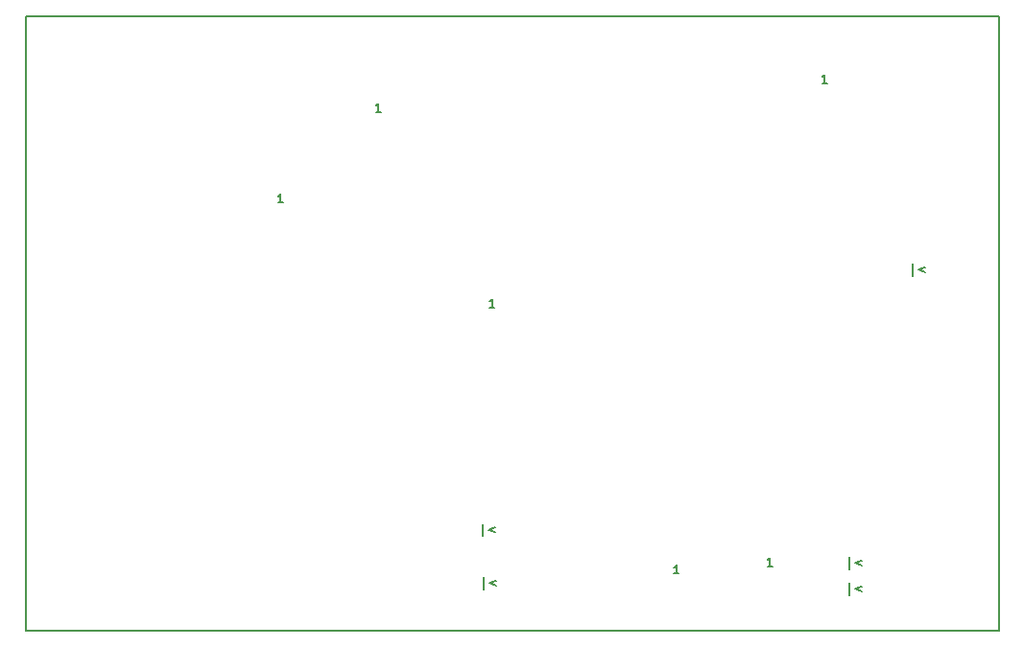
<source format=gbr>
G04 (created by PCBNEW-RS274X (2011-06-08)-testing) date Do 23 Jun 2011 00:18:01 CEST*
G01*
G70*
G90*
%MOIN*%
G04 Gerber Fmt 3.4, Leading zero omitted, Abs format*
%FSLAX34Y34*%
G04 APERTURE LIST*
%ADD10C,0.006000*%
%ADD11C,0.005900*%
%ADD12C,0.007500*%
%ADD13C,0.008000*%
G04 APERTURE END LIST*
G54D10*
G54D11*
X45265Y-43971D02*
X45265Y-43543D01*
X45708Y-43671D02*
X45479Y-43757D01*
X45708Y-43843D01*
X43065Y-55071D02*
X43065Y-54643D01*
X43508Y-54771D02*
X43279Y-54857D01*
X43508Y-54943D01*
X43065Y-54171D02*
X43065Y-53743D01*
X43508Y-53871D02*
X43279Y-53957D01*
X43508Y-54043D01*
X40386Y-54071D02*
X40215Y-54071D01*
X40300Y-54071D02*
X40300Y-53772D01*
X40272Y-53814D01*
X40243Y-53843D01*
X40215Y-53857D01*
X30365Y-54870D02*
X30365Y-54443D01*
X30807Y-54571D02*
X30579Y-54657D01*
X30807Y-54742D01*
X30315Y-53020D02*
X30315Y-52593D01*
X30757Y-52721D02*
X30529Y-52807D01*
X30757Y-52892D01*
X37136Y-54321D02*
X36964Y-54321D01*
X37050Y-54321D02*
X37050Y-54021D01*
X37021Y-54064D01*
X36993Y-54093D01*
X36964Y-54107D01*
G54D12*
X23386Y-41421D02*
X23214Y-41421D01*
X23300Y-41421D02*
X23300Y-41121D01*
X23271Y-41164D01*
X23243Y-41193D01*
X23214Y-41207D01*
X30736Y-45071D02*
X30564Y-45071D01*
X30650Y-45071D02*
X30650Y-44771D01*
X30621Y-44814D01*
X30593Y-44843D01*
X30564Y-44857D01*
X42286Y-37271D02*
X42114Y-37271D01*
X42200Y-37271D02*
X42200Y-36971D01*
X42171Y-37014D01*
X42143Y-37043D01*
X42114Y-37057D01*
G54D11*
X26786Y-38271D02*
X26614Y-38271D01*
X26700Y-38271D02*
X26700Y-37971D01*
X26671Y-38014D01*
X26643Y-38043D01*
X26614Y-38057D01*
G54D13*
X14450Y-56300D02*
X14450Y-34950D01*
X48250Y-56300D02*
X14450Y-56300D01*
X48250Y-34950D02*
X48250Y-56300D01*
X15250Y-34950D02*
X48250Y-34950D01*
X14450Y-34950D02*
X15250Y-34950D01*
M02*

</source>
